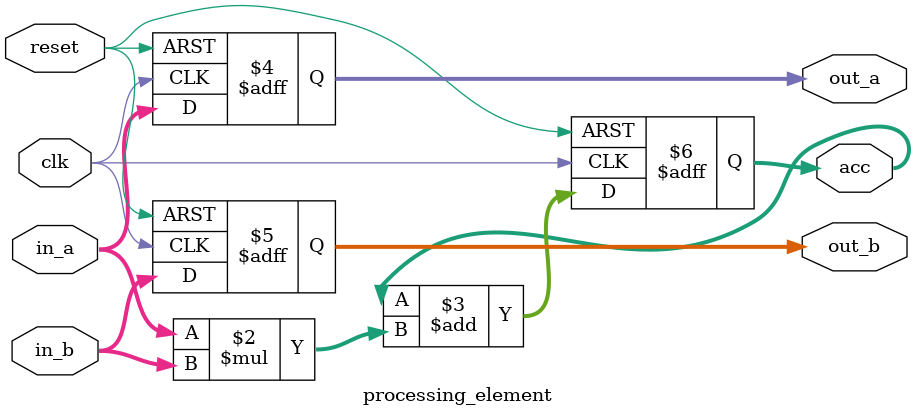
<source format=v>
module processing_element (
    input clk, reset,
    input [15:0] in_a, in_b,
    output reg [15:0] out_a, out_b,
    output reg [31:0] acc
);
    always @(posedge clk or posedge reset) begin
        if (reset) begin
            acc <= 32'b0; out_a <= 16'b0; out_b <= 16'b0;
        end else begin
            acc <= acc + (in_a * in_b);
            out_a <= in_a; out_b <= in_b;
        end
    end
endmodule
</source>
